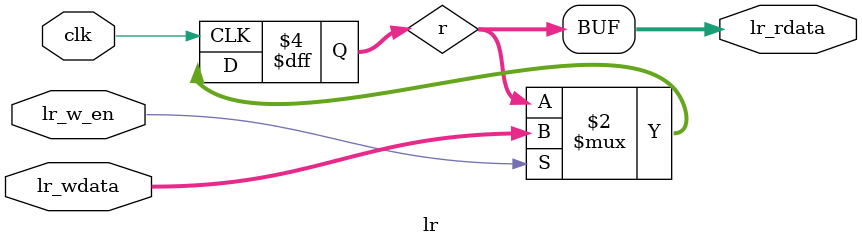
<source format=v>
module gpr (
  input wire clk,
  input wire [4:0] rreg1,
  input wire [4:0] rreg2,
  input wire [4:0] wreg,
  input wire [31:0] wdata,
  input wire w_en,
  input wire w_byte,
  output wire [31:0] rdata1,
  output wire [31:0] rdata2
  );

  (* mark_debug = "true" *) reg [31:0] r[31:0];

  assign rdata1 = r[rreg1];
  assign rdata2 = r[rreg2];

  initial begin
    r[0] <= 32'd0;
    r[3] <= 31'd100000;
    r[4] <= 31'd100000;
  end

  always @ (posedge clk) begin
    r[0] <= 0;
    if (w_en) begin
      if (w_byte) begin
        r[wreg][7:0] <= wdata[7:0];
      end else begin
        r[wreg] <= wdata;
      end
    end
  end

endmodule // gpr

module fpr (
  input wire clk,
  (* mark_debug = "true" *) input wire [4:0] rreg1,
  (* mark_debug = "true" *) input wire [4:0] rreg2,
  (* mark_debug = "true" *) input wire [4:0] wreg,
  (* mark_debug = "true" *) input wire [31:0] wdata,
  (* mark_debug = "true" *) input wire w_en,
  input wire w_byte,
  (* mark_debug = "true" *) output wire [31:0] rdata1,
  (* mark_debug = "true" *) output wire [31:0] rdata2
  );

  (* mark_debug = "true" *) reg [31:0] fr[31:0];

  (* mark_debug = "true" *) wire f0 = fr[0];
  (* mark_debug = "true" *) wire f1 = fr[1];
  (* mark_debug = "true" *) wire f2 = fr[2];
  (* mark_debug = "true" *) wire f3 = fr[3];

  assign rdata1 = fr[rreg1];
  assign rdata2 = fr[rreg2];

  initial begin
    fr[0] <= 32'd0;
  end

  always @ (posedge clk) begin
    if (w_en) begin
      if (w_byte) begin
        fr[wreg][7:0] <= wdata[7:0];
      end else begin
        fr[wreg] <= wdata;
      end
    end
  end

endmodule // fpr

module cr (
  input wire clk,
//  input wire rst,
  input wire [2:0] cr_field,
  input wire [3:0] cr_wdata,
  input wire cr_w_en,
  output wire [3:0] cr_rdata
  );
  reg [3:0] r [7:0]; //4bitのレジスタ8個
  assign cr_rdata = r[cr_field];
  always @ (posedge clk) begin
//    if (rst) begin
      //r <= 32'd0;
//    end else if (cr_w_en) begin
    if (cr_w_en) begin
      r[cr_field] <= cr_wdata;
    end
  end
endmodule // cr

module lr (
  input wire clk,
//  input wire rst,
  input wire [31:0] lr_wdata,
  input wire lr_w_en,
  (* mark_debug = "true" *) output wire [31:0] lr_rdata
  );
  reg [31:0] r;
  assign lr_rdata = r;
  always @ (posedge clk) begin
    if (lr_w_en) begin
      r <= lr_wdata;
    end
  end
endmodule // lr mtlr mflr blrで呼び出し
</source>
